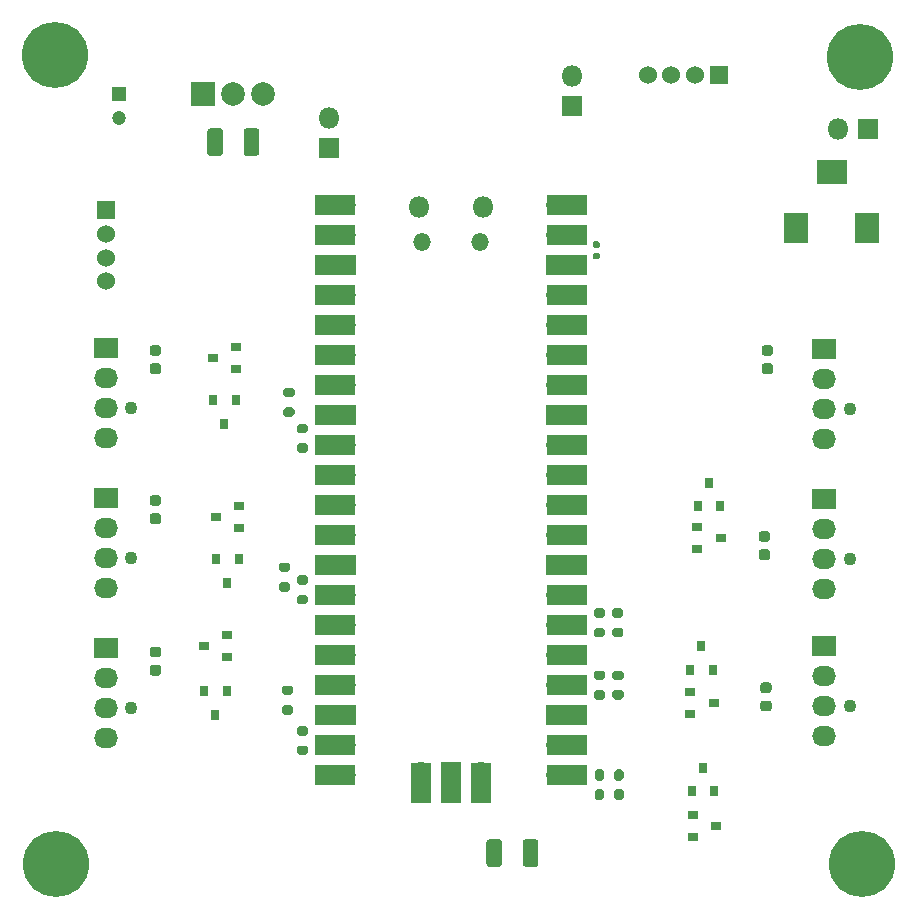
<source format=gbr>
G04 #@! TF.GenerationSoftware,KiCad,Pcbnew,5.1.9*
G04 #@! TF.CreationDate,2021-05-04T19:13:35+02:00*
G04 #@! TF.ProjectId,12v_FAN_Pico,3132765f-4641-44e5-9f50-69636f2e6b69,rev?*
G04 #@! TF.SameCoordinates,Original*
G04 #@! TF.FileFunction,Soldermask,Top*
G04 #@! TF.FilePolarity,Negative*
%FSLAX46Y46*%
G04 Gerber Fmt 4.6, Leading zero omitted, Abs format (unit mm)*
G04 Created by KiCad (PCBNEW 5.1.9) date 2021-05-04 19:13:35*
%MOMM*%
%LPD*%
G01*
G04 APERTURE LIST*
%ADD10R,1.800000X1.800000*%
%ADD11O,1.800000X1.800000*%
%ADD12R,0.900000X0.800000*%
%ADD13R,0.800000X0.900000*%
%ADD14C,5.600000*%
%ADD15C,1.100000*%
%ADD16O,2.030000X1.730000*%
%ADD17R,2.030000X1.730000*%
%ADD18C,1.200000*%
%ADD19R,1.200000X1.200000*%
%ADD20R,2.000000X2.600000*%
%ADD21R,2.600000X2.000000*%
%ADD22C,1.524000*%
%ADD23R,1.524000X1.524000*%
%ADD24C,2.000000*%
%ADD25R,2.000000X2.000000*%
%ADD26O,1.700000X1.700000*%
%ADD27R,1.700000X3.500000*%
%ADD28R,1.700000X1.700000*%
%ADD29O,1.500000X1.500000*%
%ADD30R,3.500000X1.700000*%
G04 APERTURE END LIST*
D10*
X57658000Y-35814000D03*
D11*
X57658000Y-33274000D03*
D12*
X47006000Y-77978000D03*
X49006000Y-77028000D03*
X49006000Y-78928000D03*
D13*
X48006000Y-83804000D03*
X47056000Y-81804000D03*
X48956000Y-81804000D03*
D11*
X78232000Y-29718000D03*
D10*
X78232000Y-32258000D03*
D11*
X100711000Y-34163000D03*
D10*
X103251000Y-34163000D03*
G36*
G01*
X94492000Y-54046000D02*
X94992000Y-54046000D01*
G75*
G02*
X95217000Y-54271000I0J-225000D01*
G01*
X95217000Y-54721000D01*
G75*
G02*
X94992000Y-54946000I-225000J0D01*
G01*
X94492000Y-54946000D01*
G75*
G02*
X94267000Y-54721000I0J225000D01*
G01*
X94267000Y-54271000D01*
G75*
G02*
X94492000Y-54046000I225000J0D01*
G01*
G37*
G36*
G01*
X94492000Y-52496000D02*
X94992000Y-52496000D01*
G75*
G02*
X95217000Y-52721000I0J-225000D01*
G01*
X95217000Y-53171000D01*
G75*
G02*
X94992000Y-53396000I-225000J0D01*
G01*
X94492000Y-53396000D01*
G75*
G02*
X94267000Y-53171000I0J225000D01*
G01*
X94267000Y-52721000D01*
G75*
G02*
X94492000Y-52496000I225000J0D01*
G01*
G37*
G36*
G01*
X94238000Y-69794000D02*
X94738000Y-69794000D01*
G75*
G02*
X94963000Y-70019000I0J-225000D01*
G01*
X94963000Y-70469000D01*
G75*
G02*
X94738000Y-70694000I-225000J0D01*
G01*
X94238000Y-70694000D01*
G75*
G02*
X94013000Y-70469000I0J225000D01*
G01*
X94013000Y-70019000D01*
G75*
G02*
X94238000Y-69794000I225000J0D01*
G01*
G37*
G36*
G01*
X94238000Y-68244000D02*
X94738000Y-68244000D01*
G75*
G02*
X94963000Y-68469000I0J-225000D01*
G01*
X94963000Y-68919000D01*
G75*
G02*
X94738000Y-69144000I-225000J0D01*
G01*
X94238000Y-69144000D01*
G75*
G02*
X94013000Y-68919000I0J225000D01*
G01*
X94013000Y-68469000D01*
G75*
G02*
X94238000Y-68244000I225000J0D01*
G01*
G37*
G36*
G01*
X94365000Y-82608000D02*
X94865000Y-82608000D01*
G75*
G02*
X95090000Y-82833000I0J-225000D01*
G01*
X95090000Y-83283000D01*
G75*
G02*
X94865000Y-83508000I-225000J0D01*
G01*
X94365000Y-83508000D01*
G75*
G02*
X94140000Y-83283000I0J225000D01*
G01*
X94140000Y-82833000D01*
G75*
G02*
X94365000Y-82608000I225000J0D01*
G01*
G37*
G36*
G01*
X94365000Y-81058000D02*
X94865000Y-81058000D01*
G75*
G02*
X95090000Y-81283000I0J-225000D01*
G01*
X95090000Y-81733000D01*
G75*
G02*
X94865000Y-81958000I-225000J0D01*
G01*
X94365000Y-81958000D01*
G75*
G02*
X94140000Y-81733000I0J225000D01*
G01*
X94140000Y-81283000D01*
G75*
G02*
X94365000Y-81058000I225000J0D01*
G01*
G37*
G36*
G01*
X42676000Y-79573000D02*
X43176000Y-79573000D01*
G75*
G02*
X43401000Y-79798000I0J-225000D01*
G01*
X43401000Y-80248000D01*
G75*
G02*
X43176000Y-80473000I-225000J0D01*
G01*
X42676000Y-80473000D01*
G75*
G02*
X42451000Y-80248000I0J225000D01*
G01*
X42451000Y-79798000D01*
G75*
G02*
X42676000Y-79573000I225000J0D01*
G01*
G37*
G36*
G01*
X42676000Y-78023000D02*
X43176000Y-78023000D01*
G75*
G02*
X43401000Y-78248000I0J-225000D01*
G01*
X43401000Y-78698000D01*
G75*
G02*
X43176000Y-78923000I-225000J0D01*
G01*
X42676000Y-78923000D01*
G75*
G02*
X42451000Y-78698000I0J225000D01*
G01*
X42451000Y-78248000D01*
G75*
G02*
X42676000Y-78023000I225000J0D01*
G01*
G37*
G36*
G01*
X42676000Y-66746000D02*
X43176000Y-66746000D01*
G75*
G02*
X43401000Y-66971000I0J-225000D01*
G01*
X43401000Y-67421000D01*
G75*
G02*
X43176000Y-67646000I-225000J0D01*
G01*
X42676000Y-67646000D01*
G75*
G02*
X42451000Y-67421000I0J225000D01*
G01*
X42451000Y-66971000D01*
G75*
G02*
X42676000Y-66746000I225000J0D01*
G01*
G37*
G36*
G01*
X42676000Y-65196000D02*
X43176000Y-65196000D01*
G75*
G02*
X43401000Y-65421000I0J-225000D01*
G01*
X43401000Y-65871000D01*
G75*
G02*
X43176000Y-66096000I-225000J0D01*
G01*
X42676000Y-66096000D01*
G75*
G02*
X42451000Y-65871000I0J225000D01*
G01*
X42451000Y-65421000D01*
G75*
G02*
X42676000Y-65196000I225000J0D01*
G01*
G37*
G36*
G01*
X42676000Y-54046000D02*
X43176000Y-54046000D01*
G75*
G02*
X43401000Y-54271000I0J-225000D01*
G01*
X43401000Y-54721000D01*
G75*
G02*
X43176000Y-54946000I-225000J0D01*
G01*
X42676000Y-54946000D01*
G75*
G02*
X42451000Y-54721000I0J225000D01*
G01*
X42451000Y-54271000D01*
G75*
G02*
X42676000Y-54046000I225000J0D01*
G01*
G37*
G36*
G01*
X42676000Y-52496000D02*
X43176000Y-52496000D01*
G75*
G02*
X43401000Y-52721000I0J-225000D01*
G01*
X43401000Y-53171000D01*
G75*
G02*
X43176000Y-53396000I-225000J0D01*
G01*
X42676000Y-53396000D01*
G75*
G02*
X42451000Y-53171000I0J225000D01*
G01*
X42451000Y-52721000D01*
G75*
G02*
X42676000Y-52496000I225000J0D01*
G01*
G37*
G36*
G01*
X80094000Y-44678000D02*
X80434000Y-44678000D01*
G75*
G02*
X80574000Y-44818000I0J-140000D01*
G01*
X80574000Y-45098000D01*
G75*
G02*
X80434000Y-45238000I-140000J0D01*
G01*
X80094000Y-45238000D01*
G75*
G02*
X79954000Y-45098000I0J140000D01*
G01*
X79954000Y-44818000D01*
G75*
G02*
X80094000Y-44678000I140000J0D01*
G01*
G37*
G36*
G01*
X80094000Y-43718000D02*
X80434000Y-43718000D01*
G75*
G02*
X80574000Y-43858000I0J-140000D01*
G01*
X80574000Y-44138000D01*
G75*
G02*
X80434000Y-44278000I-140000J0D01*
G01*
X80094000Y-44278000D01*
G75*
G02*
X79954000Y-44138000I0J140000D01*
G01*
X79954000Y-43858000D01*
G75*
G02*
X80094000Y-43718000I140000J0D01*
G01*
G37*
G36*
G01*
X48641500Y-34380997D02*
X48641500Y-36231003D01*
G75*
G02*
X48391503Y-36481000I-249997J0D01*
G01*
X47566497Y-36481000D01*
G75*
G02*
X47316500Y-36231003I0J249997D01*
G01*
X47316500Y-34380997D01*
G75*
G02*
X47566497Y-34131000I249997J0D01*
G01*
X48391503Y-34131000D01*
G75*
G02*
X48641500Y-34380997I0J-249997D01*
G01*
G37*
G36*
G01*
X51716500Y-34380997D02*
X51716500Y-36231003D01*
G75*
G02*
X51466503Y-36481000I-249997J0D01*
G01*
X50641497Y-36481000D01*
G75*
G02*
X50391500Y-36231003I0J249997D01*
G01*
X50391500Y-34380997D01*
G75*
G02*
X50641497Y-34131000I249997J0D01*
G01*
X51466503Y-34131000D01*
G75*
G02*
X51716500Y-34380997I0J-249997D01*
G01*
G37*
D13*
X89789000Y-64151000D03*
X90739000Y-66151000D03*
X88839000Y-66151000D03*
X89154000Y-77994000D03*
X90104000Y-79994000D03*
X88204000Y-79994000D03*
X49022000Y-72628000D03*
X48072000Y-70628000D03*
X49972000Y-70628000D03*
X89281000Y-88281000D03*
X90231000Y-90281000D03*
X88331000Y-90281000D03*
X48768000Y-59166000D03*
X47818000Y-57166000D03*
X49718000Y-57166000D03*
D12*
X90789000Y-68834000D03*
X88789000Y-69784000D03*
X88789000Y-67884000D03*
X90200203Y-82807282D03*
X88200203Y-83757282D03*
X88200203Y-81857282D03*
X50022000Y-68006000D03*
X50022000Y-66106000D03*
X48022000Y-67056000D03*
X90408000Y-93218000D03*
X88408000Y-94168000D03*
X88408000Y-92268000D03*
X47768000Y-53594000D03*
X49768000Y-52644000D03*
X49768000Y-54544000D03*
D14*
X102743000Y-96393000D03*
X34544000Y-96393000D03*
X34417000Y-27940000D03*
X102616000Y-28067000D03*
G36*
G01*
X74027000Y-96429003D02*
X74027000Y-94578997D01*
G75*
G02*
X74276997Y-94329000I249997J0D01*
G01*
X75102003Y-94329000D01*
G75*
G02*
X75352000Y-94578997I0J-249997D01*
G01*
X75352000Y-96429003D01*
G75*
G02*
X75102003Y-96679000I-249997J0D01*
G01*
X74276997Y-96679000D01*
G75*
G02*
X74027000Y-96429003I0J249997D01*
G01*
G37*
G36*
G01*
X70952000Y-96429003D02*
X70952000Y-94578997D01*
G75*
G02*
X71201997Y-94329000I249997J0D01*
G01*
X72027003Y-94329000D01*
G75*
G02*
X72277000Y-94578997I0J-249997D01*
G01*
X72277000Y-96429003D01*
G75*
G02*
X72027003Y-96679000I-249997J0D01*
G01*
X71201997Y-96679000D01*
G75*
G02*
X70952000Y-96429003I0J249997D01*
G01*
G37*
G36*
G01*
X55097000Y-86404000D02*
X55647000Y-86404000D01*
G75*
G02*
X55847000Y-86604000I0J-200000D01*
G01*
X55847000Y-87004000D01*
G75*
G02*
X55647000Y-87204000I-200000J0D01*
G01*
X55097000Y-87204000D01*
G75*
G02*
X54897000Y-87004000I0J200000D01*
G01*
X54897000Y-86604000D01*
G75*
G02*
X55097000Y-86404000I200000J0D01*
G01*
G37*
G36*
G01*
X55097000Y-84754000D02*
X55647000Y-84754000D01*
G75*
G02*
X55847000Y-84954000I0J-200000D01*
G01*
X55847000Y-85354000D01*
G75*
G02*
X55647000Y-85554000I-200000J0D01*
G01*
X55097000Y-85554000D01*
G75*
G02*
X54897000Y-85354000I0J200000D01*
G01*
X54897000Y-84954000D01*
G75*
G02*
X55097000Y-84754000I200000J0D01*
G01*
G37*
G36*
G01*
X54377000Y-82125000D02*
X53827000Y-82125000D01*
G75*
G02*
X53627000Y-81925000I0J200000D01*
G01*
X53627000Y-81525000D01*
G75*
G02*
X53827000Y-81325000I200000J0D01*
G01*
X54377000Y-81325000D01*
G75*
G02*
X54577000Y-81525000I0J-200000D01*
G01*
X54577000Y-81925000D01*
G75*
G02*
X54377000Y-82125000I-200000J0D01*
G01*
G37*
G36*
G01*
X54377000Y-83775000D02*
X53827000Y-83775000D01*
G75*
G02*
X53627000Y-83575000I0J200000D01*
G01*
X53627000Y-83175000D01*
G75*
G02*
X53827000Y-82975000I200000J0D01*
G01*
X54377000Y-82975000D01*
G75*
G02*
X54577000Y-83175000I0J-200000D01*
G01*
X54577000Y-83575000D01*
G75*
G02*
X54377000Y-83775000I-200000J0D01*
G01*
G37*
G36*
G01*
X81793487Y-76440007D02*
X82343487Y-76440007D01*
G75*
G02*
X82543487Y-76640007I0J-200000D01*
G01*
X82543487Y-77040007D01*
G75*
G02*
X82343487Y-77240007I-200000J0D01*
G01*
X81793487Y-77240007D01*
G75*
G02*
X81593487Y-77040007I0J200000D01*
G01*
X81593487Y-76640007D01*
G75*
G02*
X81793487Y-76440007I200000J0D01*
G01*
G37*
G36*
G01*
X81793487Y-74790007D02*
X82343487Y-74790007D01*
G75*
G02*
X82543487Y-74990007I0J-200000D01*
G01*
X82543487Y-75390007D01*
G75*
G02*
X82343487Y-75590007I-200000J0D01*
G01*
X81793487Y-75590007D01*
G75*
G02*
X81593487Y-75390007I0J200000D01*
G01*
X81593487Y-74990007D01*
G75*
G02*
X81793487Y-74790007I200000J0D01*
G01*
G37*
G36*
G01*
X81814923Y-81703430D02*
X82364923Y-81703430D01*
G75*
G02*
X82564923Y-81903430I0J-200000D01*
G01*
X82564923Y-82303430D01*
G75*
G02*
X82364923Y-82503430I-200000J0D01*
G01*
X81814923Y-82503430D01*
G75*
G02*
X81614923Y-82303430I0J200000D01*
G01*
X81614923Y-81903430D01*
G75*
G02*
X81814923Y-81703430I200000J0D01*
G01*
G37*
G36*
G01*
X81814923Y-80053430D02*
X82364923Y-80053430D01*
G75*
G02*
X82564923Y-80253430I0J-200000D01*
G01*
X82564923Y-80653430D01*
G75*
G02*
X82364923Y-80853430I-200000J0D01*
G01*
X81814923Y-80853430D01*
G75*
G02*
X81614923Y-80653430I0J200000D01*
G01*
X81614923Y-80253430D01*
G75*
G02*
X81814923Y-80053430I200000J0D01*
G01*
G37*
G36*
G01*
X53573000Y-72561000D02*
X54123000Y-72561000D01*
G75*
G02*
X54323000Y-72761000I0J-200000D01*
G01*
X54323000Y-73161000D01*
G75*
G02*
X54123000Y-73361000I-200000J0D01*
G01*
X53573000Y-73361000D01*
G75*
G02*
X53373000Y-73161000I0J200000D01*
G01*
X53373000Y-72761000D01*
G75*
G02*
X53573000Y-72561000I200000J0D01*
G01*
G37*
G36*
G01*
X53573000Y-70911000D02*
X54123000Y-70911000D01*
G75*
G02*
X54323000Y-71111000I0J-200000D01*
G01*
X54323000Y-71511000D01*
G75*
G02*
X54123000Y-71711000I-200000J0D01*
G01*
X53573000Y-71711000D01*
G75*
G02*
X53373000Y-71511000I0J200000D01*
G01*
X53373000Y-71111000D01*
G75*
G02*
X53573000Y-70911000I200000J0D01*
G01*
G37*
G36*
G01*
X80918000Y-90276000D02*
X80918000Y-90826000D01*
G75*
G02*
X80718000Y-91026000I-200000J0D01*
G01*
X80318000Y-91026000D01*
G75*
G02*
X80118000Y-90826000I0J200000D01*
G01*
X80118000Y-90276000D01*
G75*
G02*
X80318000Y-90076000I200000J0D01*
G01*
X80718000Y-90076000D01*
G75*
G02*
X80918000Y-90276000I0J-200000D01*
G01*
G37*
G36*
G01*
X82568000Y-90276000D02*
X82568000Y-90826000D01*
G75*
G02*
X82368000Y-91026000I-200000J0D01*
G01*
X81968000Y-91026000D01*
G75*
G02*
X81768000Y-90826000I0J200000D01*
G01*
X81768000Y-90276000D01*
G75*
G02*
X81968000Y-90076000I200000J0D01*
G01*
X82368000Y-90076000D01*
G75*
G02*
X82568000Y-90276000I0J-200000D01*
G01*
G37*
G36*
G01*
X54504000Y-56916000D02*
X53954000Y-56916000D01*
G75*
G02*
X53754000Y-56716000I0J200000D01*
G01*
X53754000Y-56316000D01*
G75*
G02*
X53954000Y-56116000I200000J0D01*
G01*
X54504000Y-56116000D01*
G75*
G02*
X54704000Y-56316000I0J-200000D01*
G01*
X54704000Y-56716000D01*
G75*
G02*
X54504000Y-56916000I-200000J0D01*
G01*
G37*
G36*
G01*
X54504000Y-58566000D02*
X53954000Y-58566000D01*
G75*
G02*
X53754000Y-58366000I0J200000D01*
G01*
X53754000Y-57966000D01*
G75*
G02*
X53954000Y-57766000I200000J0D01*
G01*
X54504000Y-57766000D01*
G75*
G02*
X54704000Y-57966000I0J-200000D01*
G01*
X54704000Y-58366000D01*
G75*
G02*
X54504000Y-58566000I-200000J0D01*
G01*
G37*
G36*
G01*
X80918000Y-88625000D02*
X80918000Y-89175000D01*
G75*
G02*
X80718000Y-89375000I-200000J0D01*
G01*
X80318000Y-89375000D01*
G75*
G02*
X80118000Y-89175000I0J200000D01*
G01*
X80118000Y-88625000D01*
G75*
G02*
X80318000Y-88425000I200000J0D01*
G01*
X80718000Y-88425000D01*
G75*
G02*
X80918000Y-88625000I0J-200000D01*
G01*
G37*
G36*
G01*
X82568000Y-88625000D02*
X82568000Y-89175000D01*
G75*
G02*
X82368000Y-89375000I-200000J0D01*
G01*
X81968000Y-89375000D01*
G75*
G02*
X81768000Y-89175000I0J200000D01*
G01*
X81768000Y-88625000D01*
G75*
G02*
X81968000Y-88425000I200000J0D01*
G01*
X82368000Y-88425000D01*
G75*
G02*
X82568000Y-88625000I0J-200000D01*
G01*
G37*
G36*
G01*
X80243000Y-76434000D02*
X80793000Y-76434000D01*
G75*
G02*
X80993000Y-76634000I0J-200000D01*
G01*
X80993000Y-77034000D01*
G75*
G02*
X80793000Y-77234000I-200000J0D01*
G01*
X80243000Y-77234000D01*
G75*
G02*
X80043000Y-77034000I0J200000D01*
G01*
X80043000Y-76634000D01*
G75*
G02*
X80243000Y-76434000I200000J0D01*
G01*
G37*
G36*
G01*
X80243000Y-74784000D02*
X80793000Y-74784000D01*
G75*
G02*
X80993000Y-74984000I0J-200000D01*
G01*
X80993000Y-75384000D01*
G75*
G02*
X80793000Y-75584000I-200000J0D01*
G01*
X80243000Y-75584000D01*
G75*
G02*
X80043000Y-75384000I0J200000D01*
G01*
X80043000Y-74984000D01*
G75*
G02*
X80243000Y-74784000I200000J0D01*
G01*
G37*
G36*
G01*
X80243000Y-81705000D02*
X80793000Y-81705000D01*
G75*
G02*
X80993000Y-81905000I0J-200000D01*
G01*
X80993000Y-82305000D01*
G75*
G02*
X80793000Y-82505000I-200000J0D01*
G01*
X80243000Y-82505000D01*
G75*
G02*
X80043000Y-82305000I0J200000D01*
G01*
X80043000Y-81905000D01*
G75*
G02*
X80243000Y-81705000I200000J0D01*
G01*
G37*
G36*
G01*
X80243000Y-80055000D02*
X80793000Y-80055000D01*
G75*
G02*
X80993000Y-80255000I0J-200000D01*
G01*
X80993000Y-80655000D01*
G75*
G02*
X80793000Y-80855000I-200000J0D01*
G01*
X80243000Y-80855000D01*
G75*
G02*
X80043000Y-80655000I0J200000D01*
G01*
X80043000Y-80255000D01*
G75*
G02*
X80243000Y-80055000I200000J0D01*
G01*
G37*
G36*
G01*
X55097000Y-73640000D02*
X55647000Y-73640000D01*
G75*
G02*
X55847000Y-73840000I0J-200000D01*
G01*
X55847000Y-74240000D01*
G75*
G02*
X55647000Y-74440000I-200000J0D01*
G01*
X55097000Y-74440000D01*
G75*
G02*
X54897000Y-74240000I0J200000D01*
G01*
X54897000Y-73840000D01*
G75*
G02*
X55097000Y-73640000I200000J0D01*
G01*
G37*
G36*
G01*
X55097000Y-71990000D02*
X55647000Y-71990000D01*
G75*
G02*
X55847000Y-72190000I0J-200000D01*
G01*
X55847000Y-72590000D01*
G75*
G02*
X55647000Y-72790000I-200000J0D01*
G01*
X55097000Y-72790000D01*
G75*
G02*
X54897000Y-72590000I0J200000D01*
G01*
X54897000Y-72190000D01*
G75*
G02*
X55097000Y-71990000I200000J0D01*
G01*
G37*
G36*
G01*
X55097000Y-60814000D02*
X55647000Y-60814000D01*
G75*
G02*
X55847000Y-61014000I0J-200000D01*
G01*
X55847000Y-61414000D01*
G75*
G02*
X55647000Y-61614000I-200000J0D01*
G01*
X55097000Y-61614000D01*
G75*
G02*
X54897000Y-61414000I0J200000D01*
G01*
X54897000Y-61014000D01*
G75*
G02*
X55097000Y-60814000I200000J0D01*
G01*
G37*
G36*
G01*
X55097000Y-59164000D02*
X55647000Y-59164000D01*
G75*
G02*
X55847000Y-59364000I0J-200000D01*
G01*
X55847000Y-59764000D01*
G75*
G02*
X55647000Y-59964000I-200000J0D01*
G01*
X55097000Y-59964000D01*
G75*
G02*
X54897000Y-59764000I0J200000D01*
G01*
X54897000Y-59364000D01*
G75*
G02*
X55097000Y-59164000I200000J0D01*
G01*
G37*
D15*
X101728000Y-83058000D03*
D16*
X99568000Y-85598000D03*
X99568000Y-83058000D03*
X99568000Y-80518000D03*
D17*
X99568000Y-77978000D03*
D18*
X39878000Y-33242000D03*
D19*
X39878000Y-31242000D03*
D15*
X101728000Y-70612000D03*
D16*
X99568000Y-73152000D03*
X99568000Y-70612000D03*
X99568000Y-68072000D03*
D17*
X99568000Y-65532000D03*
D20*
X103203000Y-42545000D03*
X97203000Y-42545000D03*
D21*
X100203000Y-37845000D03*
D15*
X40895000Y-57785000D03*
D16*
X38735000Y-60325000D03*
X38735000Y-57785000D03*
X38735000Y-55245000D03*
D17*
X38735000Y-52705000D03*
D15*
X40895000Y-83185000D03*
D16*
X38735000Y-85725000D03*
X38735000Y-83185000D03*
X38735000Y-80645000D03*
D17*
X38735000Y-78105000D03*
D22*
X84614000Y-29591000D03*
X86614000Y-29591000D03*
X88614000Y-29591000D03*
D23*
X90614000Y-29591000D03*
D15*
X101728000Y-57912000D03*
D16*
X99568000Y-60452000D03*
X99568000Y-57912000D03*
X99568000Y-55372000D03*
D17*
X99568000Y-52832000D03*
D24*
X52070000Y-31242000D03*
X49530000Y-31242000D03*
D25*
X46990000Y-31242000D03*
D26*
X70485000Y-88670000D03*
D27*
X70485000Y-89570000D03*
D28*
X67945000Y-88670000D03*
D27*
X67945000Y-89570000D03*
D26*
X65405000Y-88670000D03*
D27*
X65405000Y-89570000D03*
D29*
X70370000Y-43800000D03*
X65520000Y-43800000D03*
D11*
X70670000Y-40770000D03*
X65220000Y-40770000D03*
D30*
X77735000Y-88900000D03*
X77735000Y-86360000D03*
X77735000Y-83820000D03*
X77735000Y-81280000D03*
X77735000Y-78740000D03*
X77735000Y-76200000D03*
X77735000Y-73660000D03*
X77735000Y-71120000D03*
X77735000Y-68580000D03*
X77735000Y-66040000D03*
X77735000Y-63500000D03*
X77735000Y-60960000D03*
X77735000Y-58420000D03*
X77735000Y-55880000D03*
X77735000Y-53340000D03*
X77735000Y-50800000D03*
X77735000Y-48260000D03*
X77735000Y-45720000D03*
X77735000Y-43180000D03*
X77735000Y-40640000D03*
X58155000Y-88900000D03*
X58155000Y-86360000D03*
X58155000Y-83820000D03*
X58155000Y-81280000D03*
X58155000Y-78740000D03*
X58155000Y-76200000D03*
X58155000Y-73660000D03*
X58155000Y-71120000D03*
X58155000Y-68580000D03*
X58155000Y-66040000D03*
X58155000Y-63500000D03*
X58155000Y-60960000D03*
X58155000Y-58420000D03*
X58155000Y-55880000D03*
X58155000Y-53340000D03*
X58155000Y-50800000D03*
X58155000Y-48260000D03*
X58155000Y-45720000D03*
X58155000Y-43180000D03*
X58155000Y-40640000D03*
D26*
X76835000Y-40640000D03*
X76835000Y-43180000D03*
D28*
X76835000Y-45720000D03*
D26*
X76835000Y-48260000D03*
X76835000Y-50800000D03*
X76835000Y-53340000D03*
X76835000Y-55880000D03*
D28*
X76835000Y-58420000D03*
D26*
X76835000Y-60960000D03*
X76835000Y-63500000D03*
X76835000Y-66040000D03*
X76835000Y-68580000D03*
D28*
X76835000Y-71120000D03*
D26*
X76835000Y-73660000D03*
X76835000Y-76200000D03*
X76835000Y-78740000D03*
X76835000Y-81280000D03*
D28*
X76835000Y-83820000D03*
D26*
X76835000Y-86360000D03*
X76835000Y-88900000D03*
X59055000Y-88900000D03*
X59055000Y-86360000D03*
D28*
X59055000Y-83820000D03*
D26*
X59055000Y-81280000D03*
X59055000Y-78740000D03*
X59055000Y-76200000D03*
X59055000Y-73660000D03*
D28*
X59055000Y-71120000D03*
D26*
X59055000Y-68580000D03*
X59055000Y-66040000D03*
X59055000Y-63500000D03*
X59055000Y-60960000D03*
D28*
X59055000Y-58420000D03*
D26*
X59055000Y-55880000D03*
X59055000Y-53340000D03*
X59055000Y-50800000D03*
X59055000Y-48260000D03*
D28*
X59055000Y-45720000D03*
D26*
X59055000Y-43180000D03*
X59055000Y-40640000D03*
D15*
X40895000Y-70485000D03*
D16*
X38735000Y-73025000D03*
X38735000Y-70485000D03*
X38735000Y-67945000D03*
D17*
X38735000Y-65405000D03*
D22*
X38735000Y-47085000D03*
X38735000Y-45085000D03*
X38735000Y-43085000D03*
D23*
X38735000Y-41085000D03*
M02*

</source>
